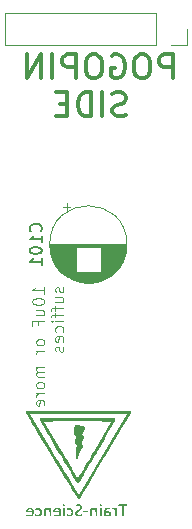
<source format=gbr>
%TF.GenerationSoftware,KiCad,Pcbnew,8.0.2*%
%TF.CreationDate,2024-11-13T23:00:56+01:00*%
%TF.ProjectId,programmerUnoHat,70726f67-7261-46d6-9d65-72556e6f4861,rev?*%
%TF.SameCoordinates,Original*%
%TF.FileFunction,Legend,Bot*%
%TF.FilePolarity,Positive*%
%FSLAX46Y46*%
G04 Gerber Fmt 4.6, Leading zero omitted, Abs format (unit mm)*
G04 Created by KiCad (PCBNEW 8.0.2) date 2024-11-13 23:00:56*
%MOMM*%
%LPD*%
G01*
G04 APERTURE LIST*
%ADD10C,0.300000*%
%ADD11C,0.100000*%
%ADD12C,0.150000*%
%ADD13C,0.120000*%
%ADD14C,0.000000*%
%ADD15R,1.600000X1.600000*%
%ADD16O,1.600000X1.600000*%
%ADD17C,1.600000*%
%ADD18R,1.700000X1.700000*%
%ADD19O,1.700000X1.700000*%
G04 APERTURE END LIST*
D10*
X140635856Y-69163750D02*
X140635856Y-67163750D01*
X140635856Y-67163750D02*
X139873951Y-67163750D01*
X139873951Y-67163750D02*
X139683475Y-67258988D01*
X139683475Y-67258988D02*
X139588237Y-67354226D01*
X139588237Y-67354226D02*
X139492999Y-67544702D01*
X139492999Y-67544702D02*
X139492999Y-67830416D01*
X139492999Y-67830416D02*
X139588237Y-68020892D01*
X139588237Y-68020892D02*
X139683475Y-68116131D01*
X139683475Y-68116131D02*
X139873951Y-68211369D01*
X139873951Y-68211369D02*
X140635856Y-68211369D01*
X138254904Y-67163750D02*
X137873951Y-67163750D01*
X137873951Y-67163750D02*
X137683475Y-67258988D01*
X137683475Y-67258988D02*
X137492999Y-67449464D01*
X137492999Y-67449464D02*
X137397761Y-67830416D01*
X137397761Y-67830416D02*
X137397761Y-68497083D01*
X137397761Y-68497083D02*
X137492999Y-68878035D01*
X137492999Y-68878035D02*
X137683475Y-69068512D01*
X137683475Y-69068512D02*
X137873951Y-69163750D01*
X137873951Y-69163750D02*
X138254904Y-69163750D01*
X138254904Y-69163750D02*
X138445380Y-69068512D01*
X138445380Y-69068512D02*
X138635856Y-68878035D01*
X138635856Y-68878035D02*
X138731094Y-68497083D01*
X138731094Y-68497083D02*
X138731094Y-67830416D01*
X138731094Y-67830416D02*
X138635856Y-67449464D01*
X138635856Y-67449464D02*
X138445380Y-67258988D01*
X138445380Y-67258988D02*
X138254904Y-67163750D01*
X135492999Y-67258988D02*
X135683475Y-67163750D01*
X135683475Y-67163750D02*
X135969189Y-67163750D01*
X135969189Y-67163750D02*
X136254904Y-67258988D01*
X136254904Y-67258988D02*
X136445380Y-67449464D01*
X136445380Y-67449464D02*
X136540618Y-67639940D01*
X136540618Y-67639940D02*
X136635856Y-68020892D01*
X136635856Y-68020892D02*
X136635856Y-68306607D01*
X136635856Y-68306607D02*
X136540618Y-68687559D01*
X136540618Y-68687559D02*
X136445380Y-68878035D01*
X136445380Y-68878035D02*
X136254904Y-69068512D01*
X136254904Y-69068512D02*
X135969189Y-69163750D01*
X135969189Y-69163750D02*
X135778713Y-69163750D01*
X135778713Y-69163750D02*
X135492999Y-69068512D01*
X135492999Y-69068512D02*
X135397761Y-68973273D01*
X135397761Y-68973273D02*
X135397761Y-68306607D01*
X135397761Y-68306607D02*
X135778713Y-68306607D01*
X134159666Y-67163750D02*
X133778713Y-67163750D01*
X133778713Y-67163750D02*
X133588237Y-67258988D01*
X133588237Y-67258988D02*
X133397761Y-67449464D01*
X133397761Y-67449464D02*
X133302523Y-67830416D01*
X133302523Y-67830416D02*
X133302523Y-68497083D01*
X133302523Y-68497083D02*
X133397761Y-68878035D01*
X133397761Y-68878035D02*
X133588237Y-69068512D01*
X133588237Y-69068512D02*
X133778713Y-69163750D01*
X133778713Y-69163750D02*
X134159666Y-69163750D01*
X134159666Y-69163750D02*
X134350142Y-69068512D01*
X134350142Y-69068512D02*
X134540618Y-68878035D01*
X134540618Y-68878035D02*
X134635856Y-68497083D01*
X134635856Y-68497083D02*
X134635856Y-67830416D01*
X134635856Y-67830416D02*
X134540618Y-67449464D01*
X134540618Y-67449464D02*
X134350142Y-67258988D01*
X134350142Y-67258988D02*
X134159666Y-67163750D01*
X132445380Y-69163750D02*
X132445380Y-67163750D01*
X132445380Y-67163750D02*
X131683475Y-67163750D01*
X131683475Y-67163750D02*
X131492999Y-67258988D01*
X131492999Y-67258988D02*
X131397761Y-67354226D01*
X131397761Y-67354226D02*
X131302523Y-67544702D01*
X131302523Y-67544702D02*
X131302523Y-67830416D01*
X131302523Y-67830416D02*
X131397761Y-68020892D01*
X131397761Y-68020892D02*
X131492999Y-68116131D01*
X131492999Y-68116131D02*
X131683475Y-68211369D01*
X131683475Y-68211369D02*
X132445380Y-68211369D01*
X130445380Y-69163750D02*
X130445380Y-67163750D01*
X129492999Y-69163750D02*
X129492999Y-67163750D01*
X129492999Y-67163750D02*
X128350142Y-69163750D01*
X128350142Y-69163750D02*
X128350142Y-67163750D01*
X136683475Y-72288400D02*
X136397761Y-72383638D01*
X136397761Y-72383638D02*
X135921570Y-72383638D01*
X135921570Y-72383638D02*
X135731094Y-72288400D01*
X135731094Y-72288400D02*
X135635856Y-72193161D01*
X135635856Y-72193161D02*
X135540618Y-72002685D01*
X135540618Y-72002685D02*
X135540618Y-71812209D01*
X135540618Y-71812209D02*
X135635856Y-71621733D01*
X135635856Y-71621733D02*
X135731094Y-71526495D01*
X135731094Y-71526495D02*
X135921570Y-71431257D01*
X135921570Y-71431257D02*
X136302523Y-71336019D01*
X136302523Y-71336019D02*
X136492999Y-71240780D01*
X136492999Y-71240780D02*
X136588237Y-71145542D01*
X136588237Y-71145542D02*
X136683475Y-70955066D01*
X136683475Y-70955066D02*
X136683475Y-70764590D01*
X136683475Y-70764590D02*
X136588237Y-70574114D01*
X136588237Y-70574114D02*
X136492999Y-70478876D01*
X136492999Y-70478876D02*
X136302523Y-70383638D01*
X136302523Y-70383638D02*
X135826332Y-70383638D01*
X135826332Y-70383638D02*
X135540618Y-70478876D01*
X134683475Y-72383638D02*
X134683475Y-70383638D01*
X133731094Y-72383638D02*
X133731094Y-70383638D01*
X133731094Y-70383638D02*
X133254904Y-70383638D01*
X133254904Y-70383638D02*
X132969189Y-70478876D01*
X132969189Y-70478876D02*
X132778713Y-70669352D01*
X132778713Y-70669352D02*
X132683475Y-70859828D01*
X132683475Y-70859828D02*
X132588237Y-71240780D01*
X132588237Y-71240780D02*
X132588237Y-71526495D01*
X132588237Y-71526495D02*
X132683475Y-71907447D01*
X132683475Y-71907447D02*
X132778713Y-72097923D01*
X132778713Y-72097923D02*
X132969189Y-72288400D01*
X132969189Y-72288400D02*
X133254904Y-72383638D01*
X133254904Y-72383638D02*
X133731094Y-72383638D01*
X131731094Y-71336019D02*
X131064427Y-71336019D01*
X130778713Y-72383638D02*
X131731094Y-72383638D01*
X131731094Y-72383638D02*
X131731094Y-70383638D01*
X131731094Y-70383638D02*
X130778713Y-70383638D01*
D11*
X129762475Y-87427693D02*
X129762475Y-86856265D01*
X129762475Y-87141979D02*
X128762475Y-87141979D01*
X128762475Y-87141979D02*
X128905332Y-87046741D01*
X128905332Y-87046741D02*
X129000570Y-86951503D01*
X129000570Y-86951503D02*
X129048189Y-86856265D01*
X128762475Y-88046741D02*
X128762475Y-88141979D01*
X128762475Y-88141979D02*
X128810094Y-88237217D01*
X128810094Y-88237217D02*
X128857713Y-88284836D01*
X128857713Y-88284836D02*
X128952951Y-88332455D01*
X128952951Y-88332455D02*
X129143427Y-88380074D01*
X129143427Y-88380074D02*
X129381522Y-88380074D01*
X129381522Y-88380074D02*
X129571998Y-88332455D01*
X129571998Y-88332455D02*
X129667236Y-88284836D01*
X129667236Y-88284836D02*
X129714856Y-88237217D01*
X129714856Y-88237217D02*
X129762475Y-88141979D01*
X129762475Y-88141979D02*
X129762475Y-88046741D01*
X129762475Y-88046741D02*
X129714856Y-87951503D01*
X129714856Y-87951503D02*
X129667236Y-87903884D01*
X129667236Y-87903884D02*
X129571998Y-87856265D01*
X129571998Y-87856265D02*
X129381522Y-87808646D01*
X129381522Y-87808646D02*
X129143427Y-87808646D01*
X129143427Y-87808646D02*
X128952951Y-87856265D01*
X128952951Y-87856265D02*
X128857713Y-87903884D01*
X128857713Y-87903884D02*
X128810094Y-87951503D01*
X128810094Y-87951503D02*
X128762475Y-88046741D01*
X129095808Y-89237217D02*
X129762475Y-89237217D01*
X129095808Y-88808646D02*
X129619617Y-88808646D01*
X129619617Y-88808646D02*
X129714856Y-88856265D01*
X129714856Y-88856265D02*
X129762475Y-88951503D01*
X129762475Y-88951503D02*
X129762475Y-89094360D01*
X129762475Y-89094360D02*
X129714856Y-89189598D01*
X129714856Y-89189598D02*
X129667236Y-89237217D01*
X129238665Y-90046741D02*
X129238665Y-89713408D01*
X129762475Y-89713408D02*
X128762475Y-89713408D01*
X128762475Y-89713408D02*
X128762475Y-90189598D01*
X129762475Y-91475313D02*
X129714856Y-91380075D01*
X129714856Y-91380075D02*
X129667236Y-91332456D01*
X129667236Y-91332456D02*
X129571998Y-91284837D01*
X129571998Y-91284837D02*
X129286284Y-91284837D01*
X129286284Y-91284837D02*
X129191046Y-91332456D01*
X129191046Y-91332456D02*
X129143427Y-91380075D01*
X129143427Y-91380075D02*
X129095808Y-91475313D01*
X129095808Y-91475313D02*
X129095808Y-91618170D01*
X129095808Y-91618170D02*
X129143427Y-91713408D01*
X129143427Y-91713408D02*
X129191046Y-91761027D01*
X129191046Y-91761027D02*
X129286284Y-91808646D01*
X129286284Y-91808646D02*
X129571998Y-91808646D01*
X129571998Y-91808646D02*
X129667236Y-91761027D01*
X129667236Y-91761027D02*
X129714856Y-91713408D01*
X129714856Y-91713408D02*
X129762475Y-91618170D01*
X129762475Y-91618170D02*
X129762475Y-91475313D01*
X129762475Y-92237218D02*
X129095808Y-92237218D01*
X129286284Y-92237218D02*
X129191046Y-92284837D01*
X129191046Y-92284837D02*
X129143427Y-92332456D01*
X129143427Y-92332456D02*
X129095808Y-92427694D01*
X129095808Y-92427694D02*
X129095808Y-92522932D01*
X129762475Y-93618171D02*
X129095808Y-93618171D01*
X129191046Y-93618171D02*
X129143427Y-93665790D01*
X129143427Y-93665790D02*
X129095808Y-93761028D01*
X129095808Y-93761028D02*
X129095808Y-93903885D01*
X129095808Y-93903885D02*
X129143427Y-93999123D01*
X129143427Y-93999123D02*
X129238665Y-94046742D01*
X129238665Y-94046742D02*
X129762475Y-94046742D01*
X129238665Y-94046742D02*
X129143427Y-94094361D01*
X129143427Y-94094361D02*
X129095808Y-94189599D01*
X129095808Y-94189599D02*
X129095808Y-94332456D01*
X129095808Y-94332456D02*
X129143427Y-94427695D01*
X129143427Y-94427695D02*
X129238665Y-94475314D01*
X129238665Y-94475314D02*
X129762475Y-94475314D01*
X129762475Y-95094361D02*
X129714856Y-94999123D01*
X129714856Y-94999123D02*
X129667236Y-94951504D01*
X129667236Y-94951504D02*
X129571998Y-94903885D01*
X129571998Y-94903885D02*
X129286284Y-94903885D01*
X129286284Y-94903885D02*
X129191046Y-94951504D01*
X129191046Y-94951504D02*
X129143427Y-94999123D01*
X129143427Y-94999123D02*
X129095808Y-95094361D01*
X129095808Y-95094361D02*
X129095808Y-95237218D01*
X129095808Y-95237218D02*
X129143427Y-95332456D01*
X129143427Y-95332456D02*
X129191046Y-95380075D01*
X129191046Y-95380075D02*
X129286284Y-95427694D01*
X129286284Y-95427694D02*
X129571998Y-95427694D01*
X129571998Y-95427694D02*
X129667236Y-95380075D01*
X129667236Y-95380075D02*
X129714856Y-95332456D01*
X129714856Y-95332456D02*
X129762475Y-95237218D01*
X129762475Y-95237218D02*
X129762475Y-95094361D01*
X129762475Y-95856266D02*
X129095808Y-95856266D01*
X129286284Y-95856266D02*
X129191046Y-95903885D01*
X129191046Y-95903885D02*
X129143427Y-95951504D01*
X129143427Y-95951504D02*
X129095808Y-96046742D01*
X129095808Y-96046742D02*
X129095808Y-96141980D01*
X129714856Y-96856266D02*
X129762475Y-96761028D01*
X129762475Y-96761028D02*
X129762475Y-96570552D01*
X129762475Y-96570552D02*
X129714856Y-96475314D01*
X129714856Y-96475314D02*
X129619617Y-96427695D01*
X129619617Y-96427695D02*
X129238665Y-96427695D01*
X129238665Y-96427695D02*
X129143427Y-96475314D01*
X129143427Y-96475314D02*
X129095808Y-96570552D01*
X129095808Y-96570552D02*
X129095808Y-96761028D01*
X129095808Y-96761028D02*
X129143427Y-96856266D01*
X129143427Y-96856266D02*
X129238665Y-96903885D01*
X129238665Y-96903885D02*
X129333903Y-96903885D01*
X129333903Y-96903885D02*
X129429141Y-96427695D01*
X131324800Y-86856265D02*
X131372419Y-86951503D01*
X131372419Y-86951503D02*
X131372419Y-87141979D01*
X131372419Y-87141979D02*
X131324800Y-87237217D01*
X131324800Y-87237217D02*
X131229561Y-87284836D01*
X131229561Y-87284836D02*
X131181942Y-87284836D01*
X131181942Y-87284836D02*
X131086704Y-87237217D01*
X131086704Y-87237217D02*
X131039085Y-87141979D01*
X131039085Y-87141979D02*
X131039085Y-86999122D01*
X131039085Y-86999122D02*
X130991466Y-86903884D01*
X130991466Y-86903884D02*
X130896228Y-86856265D01*
X130896228Y-86856265D02*
X130848609Y-86856265D01*
X130848609Y-86856265D02*
X130753371Y-86903884D01*
X130753371Y-86903884D02*
X130705752Y-86999122D01*
X130705752Y-86999122D02*
X130705752Y-87141979D01*
X130705752Y-87141979D02*
X130753371Y-87237217D01*
X130705752Y-88141979D02*
X131372419Y-88141979D01*
X130705752Y-87713408D02*
X131229561Y-87713408D01*
X131229561Y-87713408D02*
X131324800Y-87761027D01*
X131324800Y-87761027D02*
X131372419Y-87856265D01*
X131372419Y-87856265D02*
X131372419Y-87999122D01*
X131372419Y-87999122D02*
X131324800Y-88094360D01*
X131324800Y-88094360D02*
X131277180Y-88141979D01*
X130705752Y-88475313D02*
X130705752Y-88856265D01*
X131372419Y-88618170D02*
X130515276Y-88618170D01*
X130515276Y-88618170D02*
X130420038Y-88665789D01*
X130420038Y-88665789D02*
X130372419Y-88761027D01*
X130372419Y-88761027D02*
X130372419Y-88856265D01*
X130705752Y-89046742D02*
X130705752Y-89427694D01*
X131372419Y-89189599D02*
X130515276Y-89189599D01*
X130515276Y-89189599D02*
X130420038Y-89237218D01*
X130420038Y-89237218D02*
X130372419Y-89332456D01*
X130372419Y-89332456D02*
X130372419Y-89427694D01*
X131372419Y-89761028D02*
X130705752Y-89761028D01*
X130372419Y-89761028D02*
X130420038Y-89713409D01*
X130420038Y-89713409D02*
X130467657Y-89761028D01*
X130467657Y-89761028D02*
X130420038Y-89808647D01*
X130420038Y-89808647D02*
X130372419Y-89761028D01*
X130372419Y-89761028D02*
X130467657Y-89761028D01*
X131324800Y-90665789D02*
X131372419Y-90570551D01*
X131372419Y-90570551D02*
X131372419Y-90380075D01*
X131372419Y-90380075D02*
X131324800Y-90284837D01*
X131324800Y-90284837D02*
X131277180Y-90237218D01*
X131277180Y-90237218D02*
X131181942Y-90189599D01*
X131181942Y-90189599D02*
X130896228Y-90189599D01*
X130896228Y-90189599D02*
X130800990Y-90237218D01*
X130800990Y-90237218D02*
X130753371Y-90284837D01*
X130753371Y-90284837D02*
X130705752Y-90380075D01*
X130705752Y-90380075D02*
X130705752Y-90570551D01*
X130705752Y-90570551D02*
X130753371Y-90665789D01*
X131324800Y-91475313D02*
X131372419Y-91380075D01*
X131372419Y-91380075D02*
X131372419Y-91189599D01*
X131372419Y-91189599D02*
X131324800Y-91094361D01*
X131324800Y-91094361D02*
X131229561Y-91046742D01*
X131229561Y-91046742D02*
X130848609Y-91046742D01*
X130848609Y-91046742D02*
X130753371Y-91094361D01*
X130753371Y-91094361D02*
X130705752Y-91189599D01*
X130705752Y-91189599D02*
X130705752Y-91380075D01*
X130705752Y-91380075D02*
X130753371Y-91475313D01*
X130753371Y-91475313D02*
X130848609Y-91522932D01*
X130848609Y-91522932D02*
X130943847Y-91522932D01*
X130943847Y-91522932D02*
X131039085Y-91046742D01*
X131324800Y-91903885D02*
X131372419Y-91999123D01*
X131372419Y-91999123D02*
X131372419Y-92189599D01*
X131372419Y-92189599D02*
X131324800Y-92284837D01*
X131324800Y-92284837D02*
X131229561Y-92332456D01*
X131229561Y-92332456D02*
X131181942Y-92332456D01*
X131181942Y-92332456D02*
X131086704Y-92284837D01*
X131086704Y-92284837D02*
X131039085Y-92189599D01*
X131039085Y-92189599D02*
X131039085Y-92046742D01*
X131039085Y-92046742D02*
X130991466Y-91951504D01*
X130991466Y-91951504D02*
X130896228Y-91903885D01*
X130896228Y-91903885D02*
X130848609Y-91903885D01*
X130848609Y-91903885D02*
X130753371Y-91951504D01*
X130753371Y-91951504D02*
X130705752Y-92046742D01*
X130705752Y-92046742D02*
X130705752Y-92189599D01*
X130705752Y-92189599D02*
X130753371Y-92284837D01*
D12*
X129459580Y-82130952D02*
X129507200Y-82083333D01*
X129507200Y-82083333D02*
X129554819Y-81940476D01*
X129554819Y-81940476D02*
X129554819Y-81845238D01*
X129554819Y-81845238D02*
X129507200Y-81702381D01*
X129507200Y-81702381D02*
X129411961Y-81607143D01*
X129411961Y-81607143D02*
X129316723Y-81559524D01*
X129316723Y-81559524D02*
X129126247Y-81511905D01*
X129126247Y-81511905D02*
X128983390Y-81511905D01*
X128983390Y-81511905D02*
X128792914Y-81559524D01*
X128792914Y-81559524D02*
X128697676Y-81607143D01*
X128697676Y-81607143D02*
X128602438Y-81702381D01*
X128602438Y-81702381D02*
X128554819Y-81845238D01*
X128554819Y-81845238D02*
X128554819Y-81940476D01*
X128554819Y-81940476D02*
X128602438Y-82083333D01*
X128602438Y-82083333D02*
X128650057Y-82130952D01*
X129554819Y-83083333D02*
X129554819Y-82511905D01*
X129554819Y-82797619D02*
X128554819Y-82797619D01*
X128554819Y-82797619D02*
X128697676Y-82702381D01*
X128697676Y-82702381D02*
X128792914Y-82607143D01*
X128792914Y-82607143D02*
X128840533Y-82511905D01*
X128554819Y-83702381D02*
X128554819Y-83797619D01*
X128554819Y-83797619D02*
X128602438Y-83892857D01*
X128602438Y-83892857D02*
X128650057Y-83940476D01*
X128650057Y-83940476D02*
X128745295Y-83988095D01*
X128745295Y-83988095D02*
X128935771Y-84035714D01*
X128935771Y-84035714D02*
X129173866Y-84035714D01*
X129173866Y-84035714D02*
X129364342Y-83988095D01*
X129364342Y-83988095D02*
X129459580Y-83940476D01*
X129459580Y-83940476D02*
X129507200Y-83892857D01*
X129507200Y-83892857D02*
X129554819Y-83797619D01*
X129554819Y-83797619D02*
X129554819Y-83702381D01*
X129554819Y-83702381D02*
X129507200Y-83607143D01*
X129507200Y-83607143D02*
X129459580Y-83559524D01*
X129459580Y-83559524D02*
X129364342Y-83511905D01*
X129364342Y-83511905D02*
X129173866Y-83464286D01*
X129173866Y-83464286D02*
X128935771Y-83464286D01*
X128935771Y-83464286D02*
X128745295Y-83511905D01*
X128745295Y-83511905D02*
X128650057Y-83559524D01*
X128650057Y-83559524D02*
X128602438Y-83607143D01*
X128602438Y-83607143D02*
X128554819Y-83702381D01*
X129554819Y-84988095D02*
X129554819Y-84416667D01*
X129554819Y-84702381D02*
X128554819Y-84702381D01*
X128554819Y-84702381D02*
X128697676Y-84607143D01*
X128697676Y-84607143D02*
X128792914Y-84511905D01*
X128792914Y-84511905D02*
X128840533Y-84416667D01*
D13*
%TO.C,C101*%
X131661000Y-80379759D02*
X131661000Y-79749759D01*
X131976000Y-80064759D02*
X131346000Y-80064759D01*
X132460000Y-83490000D02*
X130278000Y-83490000D01*
X132460000Y-83530000D02*
X130282000Y-83530000D01*
X132460000Y-83570000D02*
X130285000Y-83570000D01*
X132460000Y-83610000D02*
X130289000Y-83610000D01*
X132460000Y-83650000D02*
X130294000Y-83650000D01*
X132460000Y-83690000D02*
X130299000Y-83690000D01*
X132460000Y-83730000D02*
X130305000Y-83730000D01*
X132460000Y-83770000D02*
X130311000Y-83770000D01*
X132460000Y-83810000D02*
X130318000Y-83810000D01*
X132460000Y-83850000D02*
X130325000Y-83850000D01*
X132460000Y-83890000D02*
X130333000Y-83890000D01*
X132460000Y-83930000D02*
X130341000Y-83930000D01*
X132460000Y-83971000D02*
X130350000Y-83971000D01*
X132460000Y-84011000D02*
X130359000Y-84011000D01*
X132460000Y-84051000D02*
X130369000Y-84051000D01*
X132460000Y-84091000D02*
X130379000Y-84091000D01*
X132460000Y-84131000D02*
X130390000Y-84131000D01*
X132460000Y-84171000D02*
X130402000Y-84171000D01*
X132460000Y-84211000D02*
X130414000Y-84211000D01*
X132460000Y-84251000D02*
X130426000Y-84251000D01*
X132460000Y-84291000D02*
X130439000Y-84291000D01*
X132460000Y-84331000D02*
X130453000Y-84331000D01*
X132460000Y-84371000D02*
X130467000Y-84371000D01*
X132460000Y-84411000D02*
X130482000Y-84411000D01*
X132460000Y-84451000D02*
X130498000Y-84451000D01*
X132460000Y-84491000D02*
X130514000Y-84491000D01*
X132460000Y-84531000D02*
X130530000Y-84531000D01*
X132460000Y-84571000D02*
X130548000Y-84571000D01*
X132460000Y-84611000D02*
X130566000Y-84611000D01*
X132460000Y-84651000D02*
X130584000Y-84651000D01*
X132460000Y-84691000D02*
X130604000Y-84691000D01*
X132460000Y-84731000D02*
X130624000Y-84731000D01*
X132460000Y-84771000D02*
X130644000Y-84771000D01*
X132460000Y-84811000D02*
X130666000Y-84811000D01*
X132460000Y-84851000D02*
X130688000Y-84851000D01*
X132460000Y-84891000D02*
X130710000Y-84891000D01*
X132460000Y-84931000D02*
X130734000Y-84931000D01*
X132460000Y-84971000D02*
X130758000Y-84971000D01*
X132460000Y-85011000D02*
X130784000Y-85011000D01*
X132460000Y-85051000D02*
X130810000Y-85051000D01*
X132460000Y-85091000D02*
X130836000Y-85091000D01*
X132460000Y-85131000D02*
X130864000Y-85131000D01*
X132460000Y-85171000D02*
X130893000Y-85171000D01*
X132460000Y-85211000D02*
X130922000Y-85211000D01*
X132460000Y-85251000D02*
X130952000Y-85251000D01*
X132460000Y-85291000D02*
X130984000Y-85291000D01*
X132460000Y-85331000D02*
X131016000Y-85331000D01*
X132460000Y-85371000D02*
X131050000Y-85371000D01*
X132460000Y-85411000D02*
X131084000Y-85411000D01*
X132460000Y-85451000D02*
X131120000Y-85451000D01*
X132460000Y-85491000D02*
X131157000Y-85491000D01*
X132460000Y-85531000D02*
X131195000Y-85531000D01*
X133902000Y-86491000D02*
X133098000Y-86491000D01*
X134133000Y-86451000D02*
X132867000Y-86451000D01*
X134302000Y-86411000D02*
X132698000Y-86411000D01*
X134440000Y-86371000D02*
X132560000Y-86371000D01*
X134559000Y-86331000D02*
X132441000Y-86331000D01*
X134665000Y-86291000D02*
X132335000Y-86291000D01*
X134762000Y-86251000D02*
X132238000Y-86251000D01*
X134850000Y-86211000D02*
X132150000Y-86211000D01*
X134932000Y-86171000D02*
X132068000Y-86171000D01*
X135009000Y-86131000D02*
X131991000Y-86131000D01*
X135081000Y-86091000D02*
X131919000Y-86091000D01*
X135150000Y-86051000D02*
X131850000Y-86051000D01*
X135214000Y-86011000D02*
X131786000Y-86011000D01*
X135276000Y-85971000D02*
X131724000Y-85971000D01*
X135334000Y-85931000D02*
X131666000Y-85931000D01*
X135390000Y-85891000D02*
X131610000Y-85891000D01*
X135444000Y-85851000D02*
X131556000Y-85851000D01*
X135495000Y-85811000D02*
X131505000Y-85811000D01*
X135544000Y-85771000D02*
X131456000Y-85771000D01*
X135592000Y-85731000D02*
X131408000Y-85731000D01*
X135637000Y-85691000D02*
X131363000Y-85691000D01*
X135682000Y-85651000D02*
X131318000Y-85651000D01*
X135724000Y-85611000D02*
X131276000Y-85611000D01*
X135765000Y-85571000D02*
X131235000Y-85571000D01*
X135805000Y-85531000D02*
X134540000Y-85531000D01*
X135843000Y-85491000D02*
X134540000Y-85491000D01*
X135880000Y-85451000D02*
X134540000Y-85451000D01*
X135916000Y-85411000D02*
X134540000Y-85411000D01*
X135950000Y-85371000D02*
X134540000Y-85371000D01*
X135984000Y-85331000D02*
X134540000Y-85331000D01*
X136016000Y-85291000D02*
X134540000Y-85291000D01*
X136048000Y-85251000D02*
X134540000Y-85251000D01*
X136078000Y-85211000D02*
X134540000Y-85211000D01*
X136107000Y-85171000D02*
X134540000Y-85171000D01*
X136136000Y-85131000D02*
X134540000Y-85131000D01*
X136164000Y-85091000D02*
X134540000Y-85091000D01*
X136190000Y-85051000D02*
X134540000Y-85051000D01*
X136216000Y-85011000D02*
X134540000Y-85011000D01*
X136242000Y-84971000D02*
X134540000Y-84971000D01*
X136266000Y-84931000D02*
X134540000Y-84931000D01*
X136290000Y-84891000D02*
X134540000Y-84891000D01*
X136312000Y-84851000D02*
X134540000Y-84851000D01*
X136334000Y-84811000D02*
X134540000Y-84811000D01*
X136356000Y-84771000D02*
X134540000Y-84771000D01*
X136376000Y-84731000D02*
X134540000Y-84731000D01*
X136396000Y-84691000D02*
X134540000Y-84691000D01*
X136416000Y-84651000D02*
X134540000Y-84651000D01*
X136434000Y-84611000D02*
X134540000Y-84611000D01*
X136452000Y-84571000D02*
X134540000Y-84571000D01*
X136470000Y-84531000D02*
X134540000Y-84531000D01*
X136486000Y-84491000D02*
X134540000Y-84491000D01*
X136502000Y-84451000D02*
X134540000Y-84451000D01*
X136518000Y-84411000D02*
X134540000Y-84411000D01*
X136533000Y-84371000D02*
X134540000Y-84371000D01*
X136547000Y-84331000D02*
X134540000Y-84331000D01*
X136561000Y-84291000D02*
X134540000Y-84291000D01*
X136574000Y-84251000D02*
X134540000Y-84251000D01*
X136586000Y-84211000D02*
X134540000Y-84211000D01*
X136598000Y-84171000D02*
X134540000Y-84171000D01*
X136610000Y-84131000D02*
X134540000Y-84131000D01*
X136621000Y-84091000D02*
X134540000Y-84091000D01*
X136631000Y-84051000D02*
X134540000Y-84051000D01*
X136641000Y-84011000D02*
X134540000Y-84011000D01*
X136650000Y-83971000D02*
X134540000Y-83971000D01*
X136659000Y-83930000D02*
X134540000Y-83930000D01*
X136667000Y-83890000D02*
X134540000Y-83890000D01*
X136675000Y-83850000D02*
X134540000Y-83850000D01*
X136682000Y-83810000D02*
X134540000Y-83810000D01*
X136689000Y-83770000D02*
X134540000Y-83770000D01*
X136695000Y-83730000D02*
X134540000Y-83730000D01*
X136701000Y-83690000D02*
X134540000Y-83690000D01*
X136706000Y-83650000D02*
X134540000Y-83650000D01*
X136711000Y-83610000D02*
X134540000Y-83610000D01*
X136715000Y-83570000D02*
X134540000Y-83570000D01*
X136718000Y-83530000D02*
X134540000Y-83530000D01*
X136722000Y-83490000D02*
X134540000Y-83490000D01*
X136724000Y-83450000D02*
X130276000Y-83450000D01*
X136727000Y-83410000D02*
X130273000Y-83410000D01*
X136728000Y-83370000D02*
X130272000Y-83370000D01*
X136730000Y-83250000D02*
X130270000Y-83250000D01*
X136730000Y-83290000D02*
X130270000Y-83290000D01*
X136730000Y-83330000D02*
X130270000Y-83330000D01*
X136770000Y-83250000D02*
G75*
G02*
X130230000Y-83250000I-3270000J0D01*
G01*
X130230000Y-83250000D02*
G75*
G02*
X136770000Y-83250000I3270000J0D01*
G01*
D14*
%TO.C,G\u002A\u002A\u002A*%
G36*
X131537643Y-106278200D02*
G01*
X131376679Y-106278200D01*
X131376679Y-105537769D01*
X131537643Y-105537769D01*
X131537643Y-106278200D01*
G37*
G36*
X134628137Y-106278200D02*
G01*
X134467174Y-106278200D01*
X134467174Y-105537769D01*
X134628137Y-105537769D01*
X134628137Y-106278200D01*
G37*
G36*
X131500562Y-105278361D02*
G01*
X131531833Y-105336565D01*
X131533714Y-105353786D01*
X131520546Y-105397959D01*
X131461300Y-105408999D01*
X131407002Y-105403300D01*
X131358463Y-105367248D01*
X131364576Y-105297528D01*
X131388557Y-105265565D01*
X131444317Y-105252714D01*
X131500562Y-105278361D01*
G37*
G36*
X134591057Y-105278361D02*
G01*
X134622328Y-105336565D01*
X134624208Y-105353786D01*
X134611040Y-105397959D01*
X134551794Y-105408999D01*
X134497497Y-105403300D01*
X134448957Y-105367248D01*
X134455070Y-105297528D01*
X134479051Y-105265565D01*
X134534811Y-105252714D01*
X134591057Y-105278361D01*
G37*
G36*
X133402697Y-105806845D02*
G01*
X133473403Y-105833919D01*
X133501394Y-105876406D01*
X133499883Y-105886965D01*
X133474379Y-105909353D01*
X133408268Y-105920841D01*
X133289781Y-105924081D01*
X133190351Y-105922672D01*
X133120453Y-105915260D01*
X133090951Y-105898166D01*
X133088845Y-105867744D01*
X133090713Y-105861014D01*
X133133283Y-105822266D01*
X133212737Y-105800600D01*
X133309175Y-105795599D01*
X133402697Y-105806845D01*
G37*
G36*
X135948035Y-106278200D02*
G01*
X135867554Y-106278200D01*
X135842154Y-106277549D01*
X135810963Y-106267539D01*
X135794538Y-106234440D01*
X135788151Y-106164488D01*
X135787072Y-106043919D01*
X135786820Y-106011100D01*
X135774100Y-105850385D01*
X135739695Y-105743818D01*
X135680170Y-105684752D01*
X135592091Y-105666540D01*
X135570283Y-105666013D01*
X135512873Y-105649633D01*
X135497338Y-105602155D01*
X135504379Y-105574259D01*
X135552967Y-105541074D01*
X135632476Y-105539196D01*
X135724803Y-105571095D01*
X135767366Y-105587977D01*
X135787072Y-105571095D01*
X135807060Y-105549174D01*
X135867554Y-105537769D01*
X135948035Y-105537769D01*
X135948035Y-106278200D01*
G37*
G36*
X136513250Y-105248161D02*
G01*
X136651928Y-105249892D01*
X136740901Y-105254863D01*
X136790335Y-105264589D01*
X136810399Y-105280588D01*
X136811260Y-105304373D01*
X136798923Y-105331105D01*
X136748526Y-105357408D01*
X136647936Y-105370522D01*
X136495310Y-105380334D01*
X136495310Y-106278200D01*
X136334347Y-106278200D01*
X136334347Y-105376806D01*
X136189480Y-105376806D01*
X136179073Y-105376782D01*
X136093451Y-105371683D01*
X136054092Y-105352657D01*
X136044613Y-105312421D01*
X136046076Y-105293024D01*
X136058582Y-105272129D01*
X136092918Y-105258945D01*
X136159722Y-105251709D01*
X136269632Y-105248660D01*
X136433286Y-105248036D01*
X136513250Y-105248161D01*
G37*
G36*
X129367443Y-105552527D02*
G01*
X129471074Y-105613042D01*
X129536761Y-105723108D01*
X129567213Y-105885733D01*
X129572723Y-105994215D01*
X129565240Y-106066703D01*
X129537730Y-106120957D01*
X129483565Y-106180323D01*
X129449476Y-106212169D01*
X129363070Y-106264144D01*
X129258007Y-106278200D01*
X129156735Y-106264981D01*
X129065331Y-106224764D01*
X129010377Y-106167108D01*
X129005822Y-106101773D01*
X129017453Y-106074932D01*
X129040884Y-106062129D01*
X129086159Y-106096759D01*
X129087143Y-106097642D01*
X129176839Y-106141772D01*
X129278361Y-106142246D01*
X129362339Y-106098841D01*
X129372905Y-106086043D01*
X129403926Y-106003032D01*
X129412505Y-105894878D01*
X129398643Y-105790078D01*
X129362339Y-105717129D01*
X129361462Y-105716260D01*
X129277057Y-105673442D01*
X129175499Y-105674500D01*
X129086159Y-105719211D01*
X129057801Y-105743557D01*
X129027105Y-105752981D01*
X129005822Y-105714197D01*
X129007209Y-105656548D01*
X129056895Y-105597368D01*
X129143854Y-105554371D01*
X129253736Y-105537769D01*
X129367443Y-105552527D01*
G37*
G36*
X132039433Y-105552527D02*
G01*
X132143064Y-105613042D01*
X132208751Y-105723108D01*
X132239202Y-105885733D01*
X132244713Y-105994215D01*
X132237230Y-106066703D01*
X132209720Y-106120957D01*
X132155554Y-106180323D01*
X132121466Y-106212169D01*
X132035060Y-106264144D01*
X131929997Y-106278200D01*
X131828725Y-106264981D01*
X131737321Y-106224764D01*
X131682367Y-106167108D01*
X131677812Y-106101773D01*
X131689442Y-106074932D01*
X131712874Y-106062129D01*
X131758149Y-106096759D01*
X131759132Y-106097642D01*
X131848829Y-106141772D01*
X131950351Y-106142246D01*
X132034329Y-106098841D01*
X132037808Y-106095116D01*
X132072068Y-106019813D01*
X132084918Y-105907985D01*
X132084829Y-105898249D01*
X132070026Y-105788454D01*
X132034329Y-105717129D01*
X132033452Y-105716260D01*
X131949046Y-105673442D01*
X131847489Y-105674500D01*
X131758149Y-105719211D01*
X131729791Y-105743557D01*
X131699095Y-105752981D01*
X131677812Y-105714197D01*
X131679199Y-105656548D01*
X131728885Y-105597368D01*
X131815844Y-105554371D01*
X131925726Y-105537769D01*
X132039433Y-105552527D01*
G37*
G36*
X132755545Y-105259551D02*
G01*
X132875050Y-105309279D01*
X132953625Y-105388715D01*
X132985703Y-105487357D01*
X132965715Y-105594707D01*
X132888095Y-105700264D01*
X132869912Y-105716568D01*
X132788092Y-105777866D01*
X132719083Y-105813566D01*
X132689151Y-105824271D01*
X132597182Y-105883964D01*
X132544659Y-105962595D01*
X132538147Y-106045370D01*
X132584212Y-106117493D01*
X132594171Y-106124264D01*
X132675009Y-106142002D01*
X132797064Y-106133359D01*
X132946071Y-106099064D01*
X132994108Y-106095068D01*
X133019312Y-106122510D01*
X133003630Y-106172052D01*
X132946956Y-106228086D01*
X132874362Y-106259597D01*
X132750995Y-106276193D01*
X132618443Y-106266535D01*
X132504505Y-106230471D01*
X132435918Y-106175535D01*
X132376175Y-106073564D01*
X132357510Y-105971135D01*
X132383286Y-105871193D01*
X132463892Y-105782305D01*
X132604028Y-105696699D01*
X132681544Y-105653443D01*
X132780966Y-105573245D01*
X132818040Y-105496183D01*
X132791874Y-105423550D01*
X132789325Y-105420703D01*
X132730866Y-105390818D01*
X132647363Y-105377888D01*
X132567389Y-105383439D01*
X132519518Y-105408999D01*
X132478666Y-105439789D01*
X132429818Y-105428914D01*
X132406844Y-105377939D01*
X132406846Y-105377335D01*
X132436524Y-105308240D01*
X132519550Y-105263771D01*
X132648289Y-105248036D01*
X132755545Y-105259551D01*
G37*
G36*
X135431800Y-106057537D02*
G01*
X135417997Y-106153657D01*
X135363052Y-106226932D01*
X135315337Y-106249617D01*
X135211055Y-106267821D01*
X135054320Y-106271021D01*
X134815488Y-106266149D01*
X134824949Y-106010009D01*
X134982256Y-106010009D01*
X134987663Y-106047033D01*
X135020887Y-106110799D01*
X135062907Y-106136034D01*
X135141587Y-106148708D01*
X135217211Y-106135887D01*
X135261178Y-106098977D01*
X135263371Y-106041434D01*
X135211613Y-105996669D01*
X135100200Y-105966989D01*
X135029399Y-105958870D01*
X134991113Y-105970273D01*
X134982256Y-106010009D01*
X134824949Y-106010009D01*
X134826439Y-105969661D01*
X134829750Y-105896881D01*
X134845189Y-105742138D01*
X134875297Y-105638404D01*
X134926525Y-105576130D01*
X135005320Y-105545768D01*
X135118132Y-105537769D01*
X135153023Y-105538364D01*
X135285633Y-105555257D01*
X135370723Y-105593209D01*
X135400760Y-105649250D01*
X135400575Y-105653278D01*
X135382746Y-105676184D01*
X135326931Y-105682973D01*
X135220538Y-105675480D01*
X135122247Y-105668689D01*
X135048450Y-105675964D01*
X135011779Y-105701951D01*
X134989171Y-105748663D01*
X134990730Y-105805832D01*
X135038593Y-105827683D01*
X135100848Y-105833723D01*
X135211053Y-105860717D01*
X135314915Y-105900608D01*
X135383578Y-105943690D01*
X135402410Y-105966887D01*
X135426579Y-106041434D01*
X135431800Y-106057537D01*
G37*
G36*
X128885062Y-105808000D02*
G01*
X128889043Y-105979890D01*
X128884990Y-106010586D01*
X128851673Y-106123779D01*
X128786543Y-106204705D01*
X128773593Y-106214820D01*
X128685060Y-106255354D01*
X128574826Y-106275154D01*
X128459745Y-106275338D01*
X128356676Y-106257024D01*
X128282473Y-106221331D01*
X128253992Y-106169376D01*
X128254595Y-106162067D01*
X128274625Y-106140300D01*
X128332476Y-106133706D01*
X128440940Y-106140295D01*
X128516509Y-106144072D01*
X128640577Y-106127168D01*
X128713215Y-106074960D01*
X128736882Y-105986167D01*
X128736110Y-105971882D01*
X128723383Y-105946313D01*
X128684931Y-105931892D01*
X128607877Y-105925517D01*
X128479341Y-105924081D01*
X128221800Y-105924081D01*
X128221800Y-105825027D01*
X128233096Y-105769557D01*
X128382763Y-105769557D01*
X128398534Y-105780152D01*
X128462846Y-105791076D01*
X128559822Y-105795311D01*
X128632663Y-105793017D01*
X128707767Y-105783662D01*
X128736882Y-105769557D01*
X128719398Y-105726073D01*
X128654491Y-105683306D01*
X128559822Y-105666540D01*
X128485085Y-105676712D01*
X128411579Y-105714477D01*
X128382763Y-105769557D01*
X128233096Y-105769557D01*
X128239427Y-105738471D01*
X128306589Y-105637669D01*
X128408043Y-105565419D01*
X128526752Y-105537769D01*
X128591651Y-105541482D01*
X128733413Y-105585192D01*
X128832201Y-105675233D01*
X128869756Y-105769557D01*
X128885062Y-105808000D01*
G37*
G36*
X130330632Y-105538988D02*
G01*
X130354082Y-105549787D01*
X130368311Y-105581124D01*
X130375622Y-105643962D01*
X130378320Y-105749262D01*
X130378707Y-105907985D01*
X130378707Y-106278200D01*
X130298226Y-106278200D01*
X130264899Y-106276724D01*
X130238045Y-106263601D01*
X130224001Y-106225642D01*
X130218617Y-106149664D01*
X130217744Y-106022485D01*
X130217648Y-105983304D01*
X130214459Y-105866262D01*
X130203981Y-105793461D01*
X130182472Y-105748920D01*
X130146196Y-105716654D01*
X130128838Y-105705399D01*
X130039310Y-105671399D01*
X129961414Y-105675444D01*
X129915358Y-105717462D01*
X129913401Y-105723840D01*
X129904470Y-105789366D01*
X129898190Y-105895739D01*
X129895817Y-106023292D01*
X129895363Y-106128007D01*
X129891258Y-106213522D01*
X129879330Y-106258257D01*
X129855413Y-106275415D01*
X129815336Y-106278200D01*
X129810166Y-106278194D01*
X129773666Y-106274987D01*
X129751405Y-106257328D01*
X129739863Y-106212734D01*
X129735520Y-106128722D01*
X129734854Y-105992808D01*
X129740764Y-105828568D01*
X129764825Y-105690150D01*
X129811329Y-105600519D01*
X129884433Y-105552213D01*
X129988293Y-105537769D01*
X130002737Y-105538050D01*
X130091895Y-105551219D01*
X130150944Y-105578010D01*
X130186858Y-105602107D01*
X130208354Y-105578010D01*
X130235439Y-105552507D01*
X130300908Y-105537769D01*
X130330632Y-105538988D01*
G37*
G36*
X131202933Y-105808000D02*
G01*
X131206913Y-105979890D01*
X131202861Y-106010586D01*
X131169544Y-106123779D01*
X131104414Y-106204705D01*
X131091464Y-106214820D01*
X131002931Y-106255354D01*
X130892696Y-106275154D01*
X130777616Y-106275338D01*
X130674546Y-106257024D01*
X130600343Y-106221331D01*
X130571863Y-106169376D01*
X130572465Y-106162067D01*
X130592496Y-106140300D01*
X130650347Y-106133706D01*
X130758811Y-106140295D01*
X130834380Y-106144072D01*
X130958448Y-106127168D01*
X131031086Y-106074960D01*
X131054753Y-105986167D01*
X131053980Y-105971882D01*
X131041254Y-105946313D01*
X131002802Y-105931892D01*
X130925747Y-105925517D01*
X130797212Y-105924081D01*
X130539670Y-105924081D01*
X130539670Y-105825027D01*
X130550967Y-105769557D01*
X130700634Y-105769557D01*
X130716405Y-105780152D01*
X130780717Y-105791076D01*
X130877693Y-105795311D01*
X130950534Y-105793017D01*
X131025637Y-105783662D01*
X131054753Y-105769557D01*
X131037269Y-105726073D01*
X130972361Y-105683306D01*
X130877693Y-105666540D01*
X130802956Y-105676712D01*
X130729450Y-105714477D01*
X130700634Y-105769557D01*
X130550967Y-105769557D01*
X130557298Y-105738471D01*
X130624460Y-105637669D01*
X130725914Y-105565419D01*
X130844623Y-105537769D01*
X130909522Y-105541482D01*
X131051284Y-105585192D01*
X131150072Y-105675233D01*
X131187627Y-105769557D01*
X131202933Y-105808000D01*
G37*
G36*
X134225943Y-105538988D02*
G01*
X134249392Y-105549787D01*
X134263621Y-105581124D01*
X134270933Y-105643962D01*
X134273630Y-105749262D01*
X134274018Y-105907985D01*
X134274018Y-106278200D01*
X134193536Y-106278200D01*
X134160209Y-106276724D01*
X134133355Y-106263601D01*
X134119311Y-106225642D01*
X134113927Y-106149664D01*
X134113054Y-106022485D01*
X134112958Y-105983304D01*
X134109770Y-105866262D01*
X134099291Y-105793461D01*
X134077783Y-105748920D01*
X134041506Y-105716654D01*
X134024149Y-105705399D01*
X133934620Y-105671399D01*
X133856725Y-105675444D01*
X133810669Y-105717462D01*
X133808712Y-105723840D01*
X133799781Y-105789366D01*
X133793501Y-105895739D01*
X133791128Y-106023292D01*
X133790674Y-106128007D01*
X133786568Y-106213522D01*
X133774641Y-106258257D01*
X133750723Y-106275415D01*
X133710646Y-106278200D01*
X133705476Y-106278194D01*
X133668976Y-106274987D01*
X133646716Y-106257328D01*
X133635174Y-106212734D01*
X133630830Y-106128722D01*
X133630165Y-105992808D01*
X133636075Y-105828568D01*
X133660135Y-105690150D01*
X133706639Y-105600519D01*
X133779743Y-105552213D01*
X133883604Y-105537769D01*
X133898048Y-105538050D01*
X133987205Y-105551219D01*
X134046255Y-105578010D01*
X134082168Y-105602107D01*
X134103665Y-105578010D01*
X134130750Y-105552507D01*
X134196219Y-105537769D01*
X134225943Y-105538988D01*
G37*
G36*
X132465584Y-98510055D02*
G01*
X132572767Y-98532861D01*
X132673350Y-98556620D01*
X132790498Y-98582490D01*
X132873637Y-98598793D01*
X132995236Y-98620750D01*
X133133330Y-98653223D01*
X133220583Y-98686145D01*
X133251770Y-98706406D01*
X133259596Y-98739893D01*
X133230486Y-98803058D01*
X133200421Y-98862127D01*
X133154304Y-98958113D01*
X133100888Y-99072502D01*
X133047168Y-99189987D01*
X133000137Y-99295260D01*
X132966789Y-99373014D01*
X132954119Y-99407939D01*
X132963380Y-99415074D01*
X133012351Y-99421166D01*
X133052176Y-99427492D01*
X133125165Y-99461407D01*
X133140994Y-99473772D01*
X133161542Y-99503801D01*
X133153917Y-99549076D01*
X133117132Y-99630418D01*
X133077393Y-99714681D01*
X133028778Y-99821347D01*
X132978601Y-99933885D01*
X132933966Y-100036197D01*
X132901976Y-100112185D01*
X132889734Y-100145752D01*
X132902087Y-100153883D01*
X132953957Y-100170882D01*
X132970712Y-100175961D01*
X133019591Y-100209444D01*
X133032862Y-100269132D01*
X133010483Y-100364145D01*
X132952412Y-100503598D01*
X132893724Y-100631375D01*
X132835959Y-100757942D01*
X132792615Y-100853739D01*
X132751819Y-100944386D01*
X132694889Y-101070417D01*
X132636281Y-101199810D01*
X132587947Y-101299317D01*
X132531388Y-101389226D01*
X132489957Y-101416590D01*
X132463601Y-101381388D01*
X132452268Y-101283598D01*
X132455906Y-101123196D01*
X132459886Y-101053403D01*
X132468180Y-100904500D01*
X132477639Y-100731671D01*
X132486896Y-100559771D01*
X132506005Y-100201418D01*
X132421617Y-100180238D01*
X132416672Y-100178961D01*
X132376504Y-100161997D01*
X132355203Y-100129791D01*
X132351919Y-100070527D01*
X132365804Y-99972393D01*
X132396010Y-99823574D01*
X132400827Y-99800954D01*
X132430958Y-99649284D01*
X132444833Y-99546164D01*
X132442154Y-99479271D01*
X132422626Y-99436286D01*
X132385953Y-99404888D01*
X132383111Y-99403021D01*
X132353176Y-99380265D01*
X132333207Y-99351066D01*
X132321580Y-99303841D01*
X132316670Y-99227007D01*
X132316853Y-99108980D01*
X132320506Y-98938178D01*
X132321185Y-98911545D01*
X132326677Y-98757056D01*
X132333793Y-98628829D01*
X132341688Y-98539569D01*
X132349518Y-98501982D01*
X132384913Y-98499110D01*
X132465584Y-98510055D01*
G37*
G36*
X135681719Y-98283184D02*
G01*
X135602787Y-98432073D01*
X135497520Y-98624575D01*
X135364981Y-98862366D01*
X135204234Y-99147123D01*
X135014343Y-99480524D01*
X134794371Y-99864245D01*
X134543382Y-100299962D01*
X134260439Y-100789354D01*
X134211932Y-100873120D01*
X133995243Y-101247143D01*
X133787855Y-101604831D01*
X133592060Y-101942244D01*
X133410153Y-102255441D01*
X133244426Y-102540482D01*
X133097173Y-102793428D01*
X132970688Y-103010339D01*
X132867262Y-103187274D01*
X132789191Y-103320294D01*
X132738767Y-103405458D01*
X132718283Y-103438827D01*
X132678828Y-103463333D01*
X132604969Y-103471019D01*
X132595686Y-103468271D01*
X132575663Y-103454318D01*
X132548629Y-103425943D01*
X132512638Y-103379973D01*
X132465739Y-103313233D01*
X132405986Y-103222552D01*
X132331428Y-103104755D01*
X132240119Y-102956670D01*
X132130109Y-102775124D01*
X131999450Y-102556942D01*
X131846193Y-102298953D01*
X131668390Y-101997982D01*
X131464093Y-101650857D01*
X131231353Y-101254404D01*
X130968222Y-100805450D01*
X130719297Y-100379970D01*
X130458813Y-99933321D01*
X130229789Y-99538872D01*
X130031313Y-99195011D01*
X129862474Y-98900128D01*
X129722359Y-98652610D01*
X129610059Y-98450845D01*
X129524661Y-98293220D01*
X129500356Y-98246134D01*
X129770753Y-98246134D01*
X131178654Y-100651177D01*
X131348203Y-100940713D01*
X131552368Y-101289092D01*
X131745448Y-101618265D01*
X131925065Y-101924190D01*
X132088839Y-102202826D01*
X132234391Y-102450130D01*
X132359342Y-102662061D01*
X132461313Y-102834577D01*
X132537924Y-102963637D01*
X132586797Y-103045197D01*
X132605551Y-103075218D01*
X132619109Y-103058326D01*
X132662889Y-102990149D01*
X132734496Y-102873481D01*
X132831586Y-102712287D01*
X132951814Y-102510530D01*
X133092836Y-102272174D01*
X133252308Y-102001185D01*
X133427885Y-101701526D01*
X133617222Y-101377162D01*
X133817976Y-101032056D01*
X134027803Y-100670175D01*
X135431057Y-98246134D01*
X134015529Y-98237751D01*
X133723334Y-98236322D01*
X133312992Y-98235062D01*
X132872337Y-98234402D01*
X132420309Y-98234341D01*
X131975847Y-98234879D01*
X131557890Y-98236016D01*
X131185377Y-98237751D01*
X129770753Y-98246134D01*
X129500356Y-98246134D01*
X129465252Y-98178125D01*
X129430923Y-98103948D01*
X129420761Y-98069075D01*
X129429024Y-97988593D01*
X135770976Y-97988593D01*
X135770640Y-98085171D01*
X135764325Y-98109537D01*
X135735253Y-98176231D01*
X135700264Y-98246134D01*
X135681719Y-98283184D01*
G37*
G36*
X137009319Y-97677634D02*
G01*
X136940391Y-97801603D01*
X136853544Y-97954190D01*
X136747239Y-98138043D01*
X136619940Y-98355812D01*
X136470107Y-98610146D01*
X136296204Y-98903693D01*
X136096692Y-99239103D01*
X135870035Y-99619024D01*
X135614693Y-100046106D01*
X135329130Y-100522996D01*
X135011808Y-101052344D01*
X134948249Y-101158324D01*
X134684652Y-101597804D01*
X134430181Y-102021988D01*
X134186834Y-102427547D01*
X133956611Y-102811155D01*
X133741509Y-103169484D01*
X133543527Y-103499208D01*
X133364662Y-103797000D01*
X133206914Y-104059531D01*
X133072280Y-104283476D01*
X132962758Y-104465508D01*
X132880348Y-104602298D01*
X132827047Y-104690521D01*
X132804854Y-104726849D01*
X132756237Y-104777194D01*
X132673048Y-104791234D01*
X132667308Y-104789830D01*
X132650270Y-104779488D01*
X132627050Y-104757107D01*
X132595962Y-104719991D01*
X132555317Y-104665444D01*
X132503427Y-104590771D01*
X132438606Y-104493274D01*
X132359164Y-104370259D01*
X132263414Y-104219029D01*
X132149668Y-104036888D01*
X132016239Y-103821141D01*
X131861439Y-103569091D01*
X131683579Y-103278044D01*
X131480972Y-102945302D01*
X131251931Y-102568170D01*
X130994766Y-102143951D01*
X130707792Y-101669951D01*
X130389319Y-101143473D01*
X130346932Y-101073373D01*
X130005669Y-100508468D01*
X129697101Y-99996665D01*
X129420308Y-99536404D01*
X129174369Y-99126125D01*
X128958366Y-98764265D01*
X128771377Y-98449265D01*
X128612483Y-98179564D01*
X128480764Y-97953600D01*
X128375299Y-97769813D01*
X128295169Y-97626643D01*
X128282133Y-97602282D01*
X128551267Y-97602282D01*
X130342237Y-100564660D01*
X130551284Y-100910436D01*
X130795156Y-101313804D01*
X131031827Y-101705256D01*
X131258687Y-102080472D01*
X131473125Y-102435135D01*
X131672530Y-102764926D01*
X131854290Y-103065527D01*
X132015795Y-103332620D01*
X132154434Y-103561887D01*
X132267595Y-103749010D01*
X132352669Y-103889669D01*
X132407043Y-103979549D01*
X132680880Y-104432058D01*
X136778624Y-97602282D01*
X134721505Y-97593997D01*
X134640962Y-97593685D01*
X134186510Y-97592298D01*
X133686428Y-97591318D01*
X133156433Y-97590746D01*
X132612241Y-97590581D01*
X132069568Y-97590824D01*
X131544130Y-97591474D01*
X131051644Y-97592532D01*
X130607826Y-97593997D01*
X128551267Y-97602282D01*
X128282133Y-97602282D01*
X128239454Y-97522528D01*
X128207234Y-97455908D01*
X128197588Y-97425222D01*
X128205703Y-97344740D01*
X132655144Y-97336579D01*
X133251718Y-97335499D01*
X133817326Y-97334537D01*
X134324771Y-97333786D01*
X134777236Y-97333284D01*
X135177905Y-97333070D01*
X135529962Y-97333182D01*
X135836592Y-97333657D01*
X136100980Y-97334534D01*
X136326308Y-97335852D01*
X136515762Y-97337648D01*
X136672525Y-97339961D01*
X136799782Y-97342828D01*
X136900717Y-97346288D01*
X136978514Y-97350379D01*
X137036357Y-97355140D01*
X137077430Y-97360608D01*
X137104918Y-97366821D01*
X137122005Y-97373819D01*
X137131875Y-97381638D01*
X137137712Y-97390317D01*
X137138984Y-97394349D01*
X137136588Y-97414961D01*
X137123961Y-97450947D01*
X137099566Y-97504955D01*
X137061864Y-97579635D01*
X137049721Y-97602282D01*
X137009319Y-97677634D01*
G37*
D13*
%TO.C,J101*%
X126470000Y-63670000D02*
X126470000Y-66330000D01*
X126470000Y-63670000D02*
X139230000Y-63670000D01*
X126470000Y-66330000D02*
X139230000Y-66330000D01*
X139230000Y-63670000D02*
X139230000Y-66330000D01*
X141830000Y-65000000D02*
X141830000Y-66330000D01*
X141830000Y-66330000D02*
X140500000Y-66330000D01*
%TD*%
%LPC*%
D15*
%TO.C,A101*%
X126390000Y-76450000D03*
D16*
X126390000Y-78990000D03*
X126390000Y-81530000D03*
X126390000Y-84070000D03*
X126390000Y-86610000D03*
X126390000Y-89150000D03*
X126390000Y-91690000D03*
X126390000Y-94230000D03*
X126390000Y-96770000D03*
X126390000Y-99310000D03*
X126390000Y-101850000D03*
X126390000Y-104390000D03*
X126390000Y-106930000D03*
X126390000Y-109470000D03*
X126390000Y-112010000D03*
X141630000Y-112010000D03*
X141630000Y-109470000D03*
X141630000Y-106930000D03*
X141630000Y-104390000D03*
X141630000Y-101850000D03*
X141630000Y-99310000D03*
X141630000Y-96770000D03*
X141630000Y-94230000D03*
X141630000Y-91690000D03*
X141630000Y-89150000D03*
X141630000Y-86610000D03*
X141630000Y-84070000D03*
X141630000Y-81530000D03*
X141630000Y-78990000D03*
X141630000Y-76450000D03*
%TD*%
D15*
%TO.C,C101*%
X133500000Y-82000000D03*
D17*
X133500000Y-84500000D03*
%TD*%
D18*
%TO.C,J101*%
X140500000Y-65000000D03*
D19*
X137960000Y-65000000D03*
X135420000Y-65000000D03*
X132880000Y-65000000D03*
X130340000Y-65000000D03*
X127800000Y-65000000D03*
%TD*%
%LPD*%
M02*

</source>
